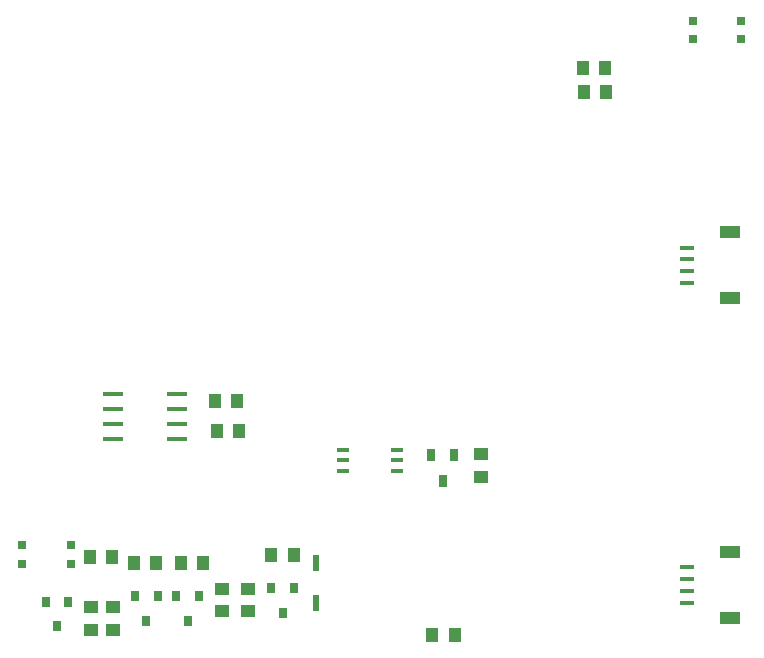
<source format=gtp>
G04 DipTrace 3.3.1.3*
G04 T4LSSArduinoShield.gtp*
%MOIN*%
G04 #@! TF.FileFunction,Paste,Top*
G04 #@! TF.Part,Single*
%ADD37R,0.031496X0.035433*%
%ADD76R,0.027553X0.03149*%
%ADD88R,0.025585X0.043301*%
%ADD90R,0.023616X0.055112*%
%ADD96R,0.04527X0.015742*%
%ADD98R,0.07086X0.039364*%
%ADD100R,0.04212X0.01712*%
%ADD106R,0.07086X0.015742*%
%ADD110R,0.051175X0.043301*%
%ADD130R,0.043301X0.051175*%
%FSLAX26Y26*%
G04*
G70*
G90*
G75*
G01*
G04 TopPaste*
%LPD*%
D130*
X1168700Y1557700D3*
X1093897D3*
X1175700Y1457700D3*
X1100897D3*
D37*
X1041700Y906070D3*
X966897D3*
X1004298Y823393D3*
X605700Y887700D3*
X530897D3*
X568298Y805023D3*
X903700Y906070D3*
X828897D3*
X866298Y823393D3*
X1357700Y933070D3*
X1282897D3*
X1320298Y850393D3*
D130*
X2399700Y2587700D3*
X2324897D3*
X2320700Y2665700D3*
X2395503D3*
X1357700Y1042700D3*
X1282897D3*
X980897Y1016700D3*
X1055700D3*
D110*
X1119700Y856298D3*
Y931102D3*
X1206700Y856298D3*
Y931102D3*
D130*
X898700Y1016700D3*
X823897D3*
X678298Y1036700D3*
X753102D3*
D110*
X680700Y794298D3*
Y869102D3*
X755700Y794298D3*
Y869102D3*
D106*
X968700Y1430700D3*
Y1480700D3*
Y1530700D3*
Y1580700D3*
X756102D3*
Y1530700D3*
Y1480700D3*
Y1430700D3*
D100*
X1522700Y1323700D3*
Y1358700D3*
Y1393700D3*
X1700700Y1323700D3*
Y1358700D3*
Y1393700D3*
D98*
X2813385Y1898464D3*
Y2118936D3*
D96*
X2668700Y1949645D3*
Y1989015D3*
Y2028385D3*
Y2067755D3*
D98*
X2813385Y833464D3*
Y1053936D3*
D96*
X2668700Y884645D3*
Y924015D3*
Y963385D3*
Y1002755D3*
D130*
X1819897Y777700D3*
X1894700D3*
D90*
X1432700Y881771D3*
Y1015629D3*
D88*
X1891700Y1376700D3*
X1816897D3*
X1854298Y1290086D3*
D110*
X1981700Y1378700D3*
Y1303897D3*
D76*
X2688700Y2761700D3*
X2850117D3*
Y2824692D3*
X2688700D3*
X452991Y1012204D3*
X614409D3*
Y1075196D3*
X452991D3*
M02*

</source>
